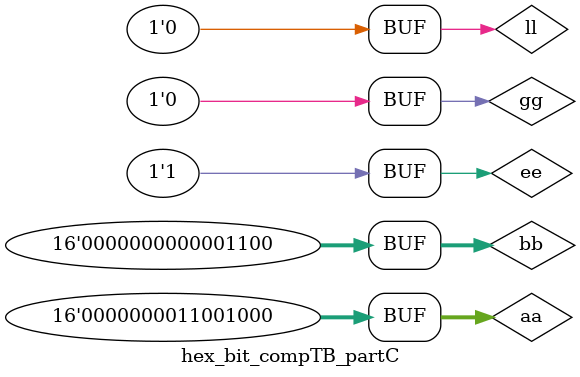
<source format=sv>
`timescale 1ns/1ns
module hex_bit_compTB_partC();
	logic [15:0] aa=16'd21,bb=16'd15;
	logic ll=0,ee=1,gg=0;
	wire ltout,eqout,gtout;
	hex_comparator CUT1(aa,bb,ee,ll,gg,gtout,ltout,eqout);
	initial begin
	#1000;
	#1000 aa=16'd12;
	#1000 bb=16'd12;
	#1000 aa=16'd200;
	#1000 bb=16'd200;
	#1000 bb=4'd300;
	end
endmodule

</source>
